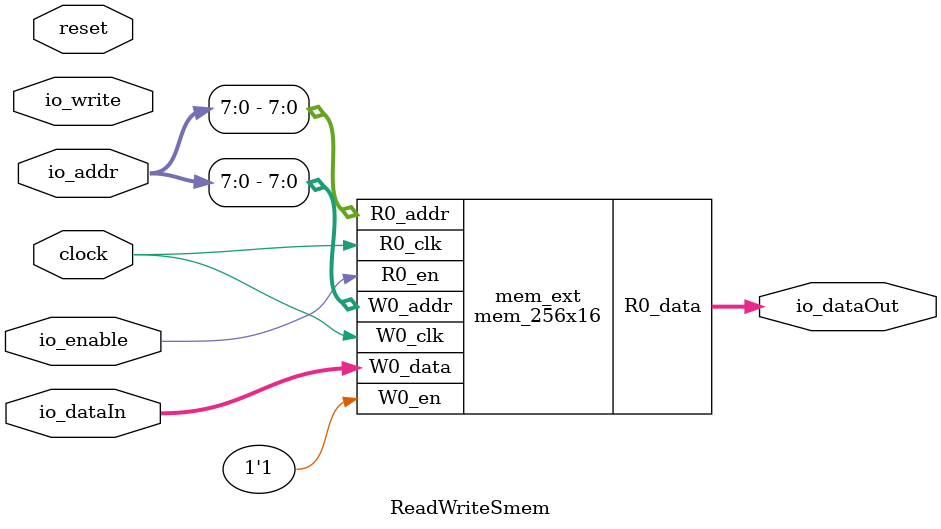
<source format=v>
module mem_256x16(
  input  [7:0]  R0_addr,
  input         R0_en,
                R0_clk,
  input  [7:0]  W0_addr,
  input         W0_en,
                W0_clk,
  input  [15:0] W0_data,
  output [15:0] R0_data
);

  reg [15:0] Memory[0:255];
  reg        _R0_en_d0;
  reg [7:0]  _R0_addr_d0;
  always @(posedge R0_clk) begin
    _R0_en_d0 <= R0_en;
    _R0_addr_d0 <= R0_addr;
  end // always @(posedge)
  always @(posedge W0_clk) begin
    if (W0_en)
      Memory[W0_addr] <= W0_data;
  end // always @(posedge)
  assign R0_data = _R0_en_d0 ? Memory[_R0_addr_d0] : 16'bx;
endmodule

module ReadWriteSmem(
  input         clock,
                reset,
                io_enable,
                io_write,
  input  [9:0]  io_addr,
  input  [15:0] io_dataIn,
  output [15:0] io_dataOut
);

  mem_256x16 mem_ext (
    .R0_addr (io_addr[7:0]),
    .R0_en   (io_enable),
    .R0_clk  (clock),
    .W0_addr (io_addr[7:0]),
    .W0_en   (1'h1),
    .W0_clk  (clock),
    .W0_data (io_dataIn),
    .R0_data (io_dataOut)
  );
endmodule


</source>
